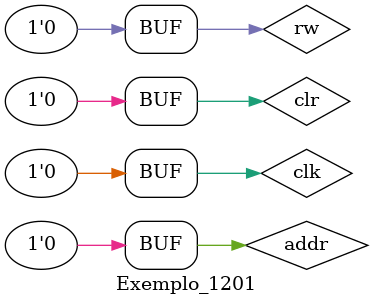
<source format=v>
/*
 Exemplo_1201.v - v0.0. - 27 / 11 / 2022
 Autor    : Gabriel Vargas Bento de Souza
 Matricula: 778023
 */

`include "MemoriasRAM.v"

/**
  Main
 */
module Exemplo_1201;
   reg in [3:0];     // input
   wire out[3:0];     // output
   reg  clk;          // clock
   reg  rw;           // r/w
   reg  addr;         // address
   reg  clr;          // clear
   
   // instancias
   RAM_1x4 MEM_01 (out[0], out[1], out[2], out[3], 
                   clk,    rw,     addr,   clr, 
                   in[0],  in[1],  in[2],  in[3]);

   // valores iniciais
   initial begin: start
      clr  = 1'b0;
      clk  = 1'b0;
      addr = 1'b0;
      rw   = 1'b0; 
   end

   // parte principal
   initial begin: main
       $display("Gabriel Vargas Bento de Souza - 778023");
       $display("Exemplo_1201");
       $display("\nMemoria RAM 1x4\n");

       $display("rw == 0 -> write");
       $display("rw == 1 -> read\n");

       // monitoramento
       $display(" input    r/w   addr   output ");
       $monitor(" %b%b%b%b  %5b   %4b   %3b%b%b%b", 
                 in[3], in[2], in[1], in[0], rw, addr, 
                 out[3], out[2], out[1], out[0]);

       // sinalizacao
           clr = ~clr; clr = ~clr;
        #1 in[3] = 1'b0; in[2] = 1'b1; in[1] = 1'b1; in[0] = 1'b1;  // 0111
           rw = 1'b1; addr = 1'b1; clk = ~clk; clk = ~clk;

        #1 in[3] = 1'b0; in[2] = 1'b1; in[1] = 1'b1; in[0] = 1'b1;  // 0111
           rw = 1'b1; addr = 1'b1; clk = ~clk; clk = ~clk;
           
        #1 in[3] = 1'b0; in[2] = 1'b0; in[1] = 1'b0; in[0] = 1'b0;
           rw = 1'b0; addr = 1'b0;       
   end
endmodule // Exemplo_1201

</source>
